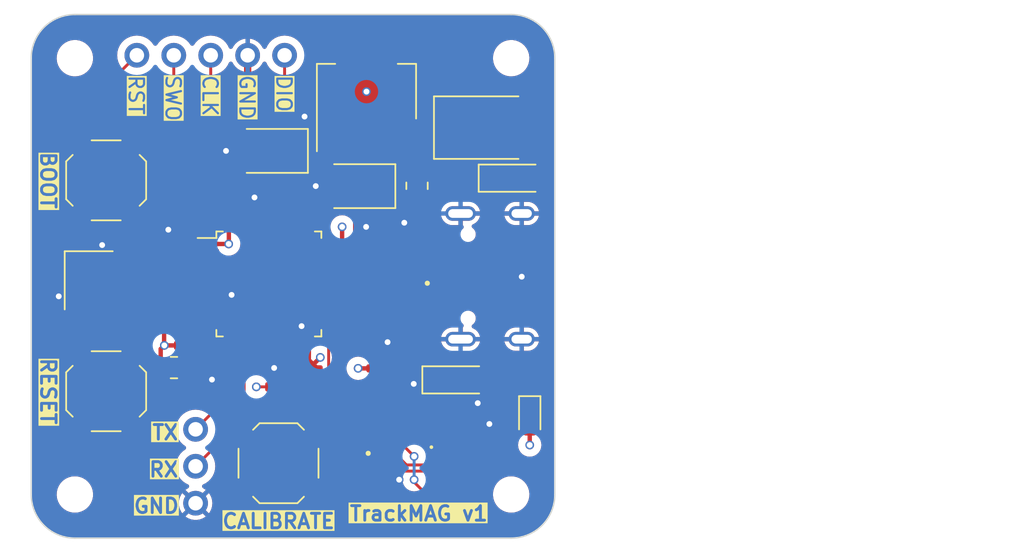
<source format=kicad_pcb>
(kicad_pcb (version 20221018) (generator pcbnew)
  (layers (0 "F.Cu" signal) (1 "In1.Cu" power) (2 "In2.Cu" power) (31 "B.Cu" signal) (34 "B.Paste" user) (35 "F.Paste" user) (36 "B.SilkS" user "B.Silkscreen") (37 "F.SilkS" user "F.Silkscreen") (38 "B.Mask" user) (39 "F.Mask" user) (44 "Edge.Cuts" user))
  (net 0 "")
  (net 1 "+3.3V")
  (net 2 "GND")
  (net 3 "+3.3VA")
  (net 4 "RESET")
  (net 5 "/HSE_IN")
  (net 6 "VBUS")
  (net 9 "/SWDIO")
  (net 10 "/SWCLK")
  (net 11 "I2C_SCX")
  (net 12 "I2C2_SDA")
  (net 13 "Net-(U1-SDO{slash}SA0)")
  (net 14 "/BOOT0")
  (net 15 "/HSE_OUT")
  (net 16 "/USB_D+")
  (net 17 "I2C_SDX")
  (net 18 "INT1")
  (net 21 "I2C2_SCL")
  (net 22 "/USB_D-")
  (net 27 "CALIBRATE")
  (net 33 "unconnected-(U3-PB8-Pad45)")
  (net 39 "DRDY")
  (net 44 "/C1")
  (net 45 "/CC1")
  (net 46 "/CC2")
  (net 47 "/HSE_O")
  (net 48 "Net-(D1-K)")
  (net 49 "+5V")
  (net 50 "SWO")
  (net 52 "/U_D+")
  (net 53 "/U_D-")
  (net 58 "/TX")
  (net 59 "/RX")
  (footprint "TrackMAG:C_0402_1005Metric" (layer "F.Cu") (at 148.075 97.72 180)
    (fp_text reference "C5" hide)
    (fp_text value "100n")
  )
  (footprint "MountingHole:MountingHole_2.1mm" (layer "F.Cu") (at 123.8 104)
    (fp_text reference "H2" hide)
    (fp_text value "MountingHole")
  )
  (footprint "TrackMAG:SOT-666" (layer "F.Cu") (at 146.6825 88.525 180)
    (fp_text reference "U2" hide)
    (fp_text value "USBLC6-2P6")
  )
  (footprint "Crystal:Crystal_SMD_3225-4Pin_3.2x2.5mm" (layer "F.Cu") (at 124.75 89.275 -90)
    (fp_text reference "Y1" hide)
    (fp_text value "16MHz")
  )
  (footprint "TrackMAG:R_0402_1005Metric" (layer "F.Cu") (at 147.325 85.825 -90)
    (fp_text reference "R6" hide)
    (fp_text value "5k1")
  )
  (footprint "TrackMAG:C_0402_1005Metric" (layer "F.Cu") (at 150 97.72)
    (fp_text reference "C4" hide)
    (fp_text value "100n")
  )
  (footprint "TrackMAG:SW_Push_1P1T_XKB_TS-1187A_BOOT" (layer "F.Cu") (at 125.95 82.4 90)
    (fp_text reference "SW2" hide)
    (fp_text value "SW_BOOT")
  )
  (footprint "TrackMAG:C_0402_1005Metric" (layer "F.Cu") (at 151.43 99.6325 90)
    (fp_text reference "C24" hide)
    (fp_text value "220n")
  )
  (footprint "Resistor_SMD:R_0805_2012Metric" (layer "F.Cu") (at 147.325 82.775 90)
    (fp_text reference "FB2" hide)
    (fp_text value "100R")
  )
  (footprint "TrackMAG:C_0402_1005Metric" (layer "F.Cu") (at 127.2 88.08 90)
    (fp_text reference "C21" hide)
    (fp_text value "10p")
  )
  (footprint "TrackMAG:C_0402_1005Metric" (layer "F.Cu") (at 147.5125 99.5525 90)
    (fp_text reference "C7" hide)
    (fp_text value "100n")
  )
  (footprint "Capacitor_Tantalum_SMD:CP_EIA-3216-18_Kemet-A" (layer "F.Cu") (at 153.875 82.25)
    (fp_text reference "C18" hide)
    (fp_text value "10u")
  )
  (footprint "TrackMAG:SW_Push_1P1T_XKB_TS-1187A_RESET" (layer "F.Cu") (at 125.95 96.9 90)
    (fp_text reference "SW1" hide)
    (fp_text value "SW_RESET")
  )
  (footprint "Package_TO_SOT_SMD:SOT-223-3_TabPin2" (layer "F.Cu") (at 143.85 76.3 90)
    (fp_text reference "U5" hide)
    (fp_text value "AMS1117-3.3")
  )
  (footprint "TrackMAG:R_0402_1005Metric" (layer "F.Cu") (at 148.8 101.545)
    (fp_text reference "R11" hide)
    (fp_text value "1k5")
  )
  (footprint "TrackMAG:SW_Push_1P1T_XKB_TS-1187A_CALIBRATE" (layer "F.Cu") (at 137.8 101.85 180)
    (fp_text reference "SW3" hide)
    (fp_text value "SW_CALIBRATE")
  )
  (footprint "Diode_SMD:D_SMB" (layer "F.Cu") (at 152.15 78.775)
    (fp_text reference "D2" hide)
    (fp_text value "P6SMB6.8CA")
  )
  (footprint "LED_SMD:LED_0603_1608Metric" (layer "F.Cu") (at 155.075 98.725 -90)
    (fp_text reference "D1" hide)
    (fp_text value "LED")
  )
  (footprint "TrackMAG:R_0402_1005Metric" (layer "F.Cu") (at 147.325 91.235 90)
    (fp_text reference "R5" hide)
    (fp_text value "5k1")
  )
  (footprint "MountingHole:MountingHole_2.1mm" (layer "F.Cu") (at 123.8 74)
    (fp_text reference "H1" hide)
    (fp_text value "MountingHole")
  )
  (footprint "TrackMAG:C_0402_1005Metric" (layer "F.Cu") (at 127.2 90.47 -90)
    (fp_text reference "C22" hide)
    (fp_text value "10p")
  )
  (footprint "TrackMAG:C_0402_1005Metric" (layer "F.Cu") (at 140.08 95.425 180)
    (fp_text reference "C13" hide)
    (fp_text value "100n")
  )
  (footprint "Capacitor_Tantalum_SMD:CP_EIA-3528-21_Kemet-B" (layer "F.Cu") (at 137.3625 80.375 180)
    (fp_text reference "C26" hide)
    (fp_text value "100u")
  )
  (footprint "TrackMAG:R_0402_1005Metric" (layer "F.Cu") (at 137.665 96.6 180)
    (fp_text reference "R2" hide)
    (fp_text value "10k")
  )
  (footprint "TrackMAG:C_0402_1005Metric" (layer "F.Cu") (at 131.1 91.25 -90)
    (fp_text reference "C14" hide)
    (fp_text value "10n")
  )
  (footprint "TrackMAG:C_0402_1005Metric" (layer "F.Cu") (at 144.15 94.85 90)
    (fp_text reference "C3" hide)
    (fp_text value "1u")
  )
  (footprint "TrackMAG:C_0402_1005Metric" (layer "F.Cu") (at 131.375 93.75)
    (fp_text reference "C16" hide)
    (fp_text value "1u")
  )
  (footprint "TrackMAG:C_0402_1005Metric" (layer "F.Cu") (at 143.075 87.055 -90)
    (fp_text reference "C12" hide)
    (fp_text value "100n")
  )
  (footprint "TrackMAG:C_0402_1005Metric" (layer "F.Cu") (at 131.175 86.275 90)
    (fp_text reference "C10" hide)
    (fp_text value "100n")
  )
  (footprint "TrackMAG:R_0402_1005Metric" (layer "F.Cu") (at 144.625 87.6 90)
    (fp_text reference "R9" hide)
    (fp_text value "1k5")
  )
  (footprint "TrackMAG:PinHeader_1x05_P2.54mm_Debug" (layer "F.Cu") (at 133.14 73.8 90)
    (fp_text reference "J3" hide)
    (fp_text value "Debug" hide)
  )
  (footprint "TrackMAG:R_0402_1005Metric" (layer "F.Cu") (at 155.075 95.975 90)
    (fp_text reference "R12" hide)
    (fp_text value "1k5")
  )
  (footprint "TrackMAG:R_0402_1005Metric" (layer "F.Cu") (at 144.5625 102.43 -90)
    (fp_text reference "R4" hide)
    (fp_text value "0")
  )
  (footprint "TrackMAG:R_0402_1005Metric" (layer "F.Cu") (at 129.425 92.325)
    (fp_text reference "R1" hide)
    (fp_text value "10k")
  )
  (footprint "TrackMAG:C_0402_1005Metric" (layer "F.Cu") (at 145.825 97.145 180)
    (fp_text reference "C6" hide)
    (fp_text value "100n")
  )
  (footprint "TrackMAG:C_0402_1005Metric" (layer "F.Cu") (at 150.575 82.33 90)
    (fp_text reference "C19" hide)
    (fp_text value "100n")
  )
  (footprint "Capacitor_Tantalum_SMD:CP_EIA-3216-18_Kemet-A" (layer "F.Cu") (at 150 96.12)
    (fp_text reference "C8" hide)
    (fp_text value "10u")
  )
  (footprint "TrackMAG:C_0402_1005Metric" (layer "F.Cu") (at 132.725 96.975)
    (fp_text reference "C15" hide)
    (fp_text value "1u")
  )
  (footprint "TrackMAG:PinHeader_1x03_P2.54mm_UART" (layer "F.Cu") (at 132.1 104.6 180)
    (fp_text reference "J1" hide)
    (fp_text value "UART")
  )
  (footprint "TrackMAG:R_0402_1005Metric" (layer "F.Cu") (at 139.685 96.6)
    (fp_text reference "R3" hide)
    (fp_text value "10k")
  )
  (footprint "TrackMAG:C_0402_1005Metric" (layer "F.Cu") (at 149.25 82.32 90)
    (fp_text reference "C20" hide)
    (fp_text value "10n")
  )
  (footprint "TrackMAG:C_0402_1005Metric" (layer "F.Cu") (at 132.6 84.48 -90)
    (fp_text reference "C9" hide)
    (fp_text value "10u")
  )
  (footprint "TrackMAG:LGA-14_3x2.5mm_P0.5mm_LayoutBorder3x4y" (layer "F.Cu") (at 145.3175 99.57 90)
    (fp_text reference "U1" hide)
    (fp_text value "LSM6DS3TR-C")
  )
  (footprint "TrackMAG:R_0402_1005Metric" (layer "F.Cu") (at 148.8 102.67)
    (fp_text reference "R10" hide)
    (fp_text value "1k5")
  )
  (footprint "TrackMAG:R_0402_1005Metric" (layer "F.Cu") (at 132.14 82.775)
    (fp_text reference "R7" hide)
    (fp_text value "10k")
  )
  (footprint "TrackMAG:C_0402_1005Metric" (layer "F.Cu") (at 145.3 94.85 90)
    (fp_text reference "C2" hide)
    (fp_text value "1u")
  )
  (footprint "TrackMAG:USB_C_Receptacle_G-Switch_GT-USB-7010ASV" (layer "F.Cu") (at 153.445 89 90)
    (fp_text reference "J2" hide)
    (fp_text value "USB_C_Socket_USB2.0")
  )
  (footprint "TrackMAG:R_0402_1005Metric" (layer "F.Cu") (at 128.86 89.275)
    (fp_text reference "R8" hide)
    (fp_text value "0")
  )
  (footprint "TrackMAG:C_0402_1005Metric" (layer "F.Cu") (at 146.425 94.85 90)
    (fp_text reference "C1" hide)
    (fp_text value "1u")
  )
  (footprint "TrackMAG:C_0402_1005Metric" (layer "F.Cu") (at 134.62 83.575)
    (fp_text reference "C11" hide)
    (fp_text value "100n")
  )
  (footprint "TrackMAG:C_0402_1005Metric" (layer "F.Cu") (at 129.425 91.2)
    (fp_text reference "C17" hide)
    (fp_text value "100n")
  )
  (footprint "MountingHole:MountingHole_2.1mm" (layer "F.Cu") (at 153.8 104)
    (fp_text reference "H3" hide)
    (fp_text value "MountingHole")
  )
  (footprint "MountingHole:MountingHole_2.1mm" (layer "F.Cu") (at 153.8 74)
    (fp_text reference "H4" hide)
    (fp_text value "MountingHole")
  )
  (footprint "Capacitor_Tantalum_SMD:CP_EIA-3528-21_Kemet-B" (layer "F.Cu") (at 143.375 82.8 180)
    (fp_text reference "C25" hide)
    (fp_text value "100u")
  )
  (footprint "TrackMAG:LGA-12_2x2mm_P0.5mm" (layer "F.Cu") (at 149.4875 99.57 90)
    (fp_text reference "U4" hide)
    (fp_text value "LIS2MDL")
  )
  (footprint "Package_QFP:LQFP-48_7x7mm_P0.5mm" (layer "F.Cu") (at 137.1375 89.525)
    (fp_text reference "U3" hide)
    (fp_text value "STM32F103C8T6")
  )
  (footprint "Resistor_SMD:R_0805_2012Metric" (layer "F.Cu") (at 130.6125 95.275 180)
    (fp_text reference "FB1" hide)
    (fp_text value "100R")
  )
  (footprint "TrackMAG:C_0402_1005Metric" (layer "F.Cu") (at 136.02 95.3)
    (fp_text reference "C23" hide)
    (fp_text value "100n")
  )
  (gr_arc (start 153.8 71) (mid 155.92132 71.87868) (end 156.8 74) (stroke (width 0.1)) (layer "Edge.Cuts"))
  (gr_arc (start 120.8 74) (mid 121.67868 71.87868) (end 123.8 71) (stroke (width 0.1)) (layer "Edge.Cuts"))
  (gr_line (start 156.8 74) (end 156.8 104) (stroke (width 0.1)) (layer "Edge.Cuts"))
  (gr_line (start 123.8 71) (end 153.8 71) (stroke (width 0.1)) (layer "Edge.Cuts"))
  (gr_line (start 120.8 104) (end 120.8 74) (stroke (width 0.1)) (layer "Edge.Cuts"))
  (gr_arc (start 156.8 104) (mid 155.92132 106.12132) (end 153.8 107) (stroke (width 0.1)) (layer "Edge.Cuts"))
  (gr_arc (start 123.8 107) (mid 121.67868 106.12132) (end 120.8 104) (stroke (width 0.1)) (layer "Edge.Cuts"))
  (gr_line (start 123.8 107) (end 153.8 107) (stroke (width 0.1)) (layer "Edge.Cuts"))
  (gr_text "TrackMAG v1" (at 142.6 105.9) (layer "F.SilkS" knockout) (effects (font (size 1 1) (thickness 0.2) bold) (justify left bottom)))
  (segment (start 134.3875 85.3625) (end 134.3875 86.7625) (width 0.3) (layer "F.Cu") (net 1))
  (segment (start 140.155 95.02) (end 140.56 95.425) (width 0.3) (layer "F.Cu") (net 1))
  (segment (start 143.075 86.575) (end 143.075 85.0825) (width 0.3) (layer "F.Cu") (net 1))
  (segment (start 134.3875 83.8225) (end 134.14 83.575) (width 0.3) (layer "F.Cu") (net 1))
  (segment (start 146.305 97.815) (end 146.305 97.145) (width 0.3) (layer "F.Cu") (net 1))
  (segment (start 143.85 79.45) (end 143.85 79.65) (width 0.3) (layer "F.Cu") (net 1))
  (segment (start 144.625 87.09) (end 144.625 85.15) (width 0.3) (layer "F.Cu") (net 1))
  (segment (start 146.0675 98.4075) (end 146.0675 98.0525) (width 0.3) (layer "F.Cu") (net 1))
  (segment (start 148.445 98.8075) (end 148.7375 98.8075) (width 0.25) (layer "F.Cu") (net 1))
  (segment (start 149.7375 100.3325) (end 149.7375 101.1175) (width 0.25) (layer "F.Cu") (net 1))
  (segment (start 139.8875 94.7525) (end 140.155 95.02) (width 0.3) (layer "F.Cu") (net 1))
  (segment (start 146.23 100.07) (end 147.475 100.07) (width 0.25) (layer "F.Cu") (net 1))
  (segment (start 129.7 95.275) (end 129.7 94) (width 0.3) (layer "F.Cu") (net 1))
  (segment (start 136.275 96.6) (end 137.155 96.6) (width 0.2) (layer "F.Cu") (net 1))
  (segment (start 129.935 93.735) (end 129.95 93.75) (width 0.3) (layer "F.Cu") (net 1))
  (segment (start 146.305 95.45) (end 146.425 95.33) (width 0.3) (layer "F.Cu") (net 1))
  (segment (start 148.65 97.625) (end 148.555 97.72) (width 0.3) (layer "F.Cu") (net 1))
  (segment (start 148.575 98.645) (end 148.7375 98.8075) (width 0.3) (layer "F.Cu") (net 1))
  (segment (start 145.675 100.07) (end 146.23 100.07) (width 0.25) (layer "F.Cu") (net 1))
  (segment (start 139.8875 93.6875) (end 139.8875 94.7525) (width 0.3) (layer "F.Cu") (net 1))
  (segment (start 133.025 83.575) (end 132.6 84) (width 0.3) (layer "F.Cu") (net 1))
  (segment (start 146.33 95.425) (end 146.425 95.33) (width 0.3) (layer "F.Cu") (net 1))
  (segment (start 132.975 86.775) (end 131.195 86.775) (width 0.3) (layer "F.Cu") (net 1))
  (segment (start 143.85 79.65) (end 143.375 80.125) (width 0.3) (layer "F.Cu") (net 1))
  (segment (start 143.4525 81.285) (end 140.7825 81.285) (width 0.3) (layer "F.Cu") (net 1))
  (segment (start 147.86 95.33) (end 148.65 96.12) (width 0.3) (layer "F.Cu") (net 1))
  (segment (start 134.14 83.575) (end 133.025 83.575) (width 0.3) (layer "F.Cu") (net 1))
  (segment (start 146.305 97.145) (end 146.305 95.45) (width 0.3) (layer "F.Cu") (net 1))
  (segment (start 130.895 93.75) (end 129.95 93.75) (width 0.3) (layer "F.Cu") (net 1))
  (segment (start 149.7375 101.1175) (end 149.31 101.545) (width 0.25) (layer "F.Cu") (net 1))
  (segment (start 143.4525 84.705) (end 144.18 84.705) (width 0.3) (layer "F.Cu") (net 1))
  (segment (start 139.8725 80.375) (end 138.9 80.375) (width 0.3) (layer "F.Cu") (net 1))
  (segment (start 134.3875 85.3625) (end 134.3875 83.8225) (width 0.3) (layer "F.Cu") (net 1))
  (segment (start 146.425 95.33) (end 143.28 95.33) (width 0.3) (layer "F.Cu") (net 1))
  (segment (start 140.7825 81.285) (end 139.8725 80.375) (width 0.3) (layer "F.Cu") (net 1))
  (segment (start 140.56 95.425) (end 140.56 96.2) (width 0.3) (layer "F.Cu") (net 1))
  (segment (start 148.65 96.12) (end 148.65 97.625) (width 0.3) (layer "F.Cu") (net 1))
  (segment (start 149.2375 99.1) (end 149.2375 98.8075) (width 0.25) (layer "F.Cu") (net 1))
  (segment (start 144.18 84.705) (end 144.625 85.15) (width 0.3) (layer "F.Cu") (net 1))
  (segment (start 143.85 79.45) (end 143.85 80.8875) (width 0.3) (layer "F.Cu") (net 1))
  (segment (start 129.935 92.325) (end 129.935 93.735) (width 0.3) (layer "F.Cu") (net 1))
  (segment (start 148.555 98.625) (end 148.575 98.645) (width 0.3) (layer "F.Cu") (net 1))
  (segment (start 148.3225 99.2225) (end 148.3225 98.93) (width 0.25) (layer "F.Cu") (net 1))
  (segment (start 142.875 86.775) (end 143.075 86.575) (width 0.3) (layer "F.Cu") (net 1))
  (segment (start 148.3375 98.4075) (end 148.575 98.645) (width 0.3) (layer "F.Cu") (net 1))
  (segment (start 142.175 86.775) (end 142.875 86.775) (width 0.3) (layer "F.Cu") (net 1))
  (segment (start 132.975 86.775) (end 134.375 86.775) (width 0.3) (layer "F.Cu") (net 1))
  (segment (start 144.675 99.07) (end 145.675 100.07) (width 0.25) (layer "F.Cu") (net 1))
  (segment (start 149.31 101.545) (end 149.31 102.67) (width 0.25) (layer "F.Cu") (net 1))
  (segment (start 143.4525 81.285) (end 143.4525 84.705) (width 0.3) (layer "F.Cu") (net 1))
  (segment (start 146.0675 98.0525) (end 146.305 97.815) (width 0.3) (layer "F.Cu") (net 1))
  (segment (start 129.7 94) (end 129.95 93.75) (width 0.3) (layer "F.Cu") (net 1))
  (segment (start 149.7375 100.3325) (end 149.7375 99.6) (width 0.25) (layer "F.Cu") (net 1))
  (segment (start 148.555 97.72) (end 149.52 97.72) (width 0.3) (layer "F.Cu") (net 1))
  (segment (start 149.7375 99.6) (end 149.2375 99.1) (width 0.25) (layer "F.Cu") (net 1))
  (segment (start 140.56 96.2) (end 140.16 96.6) (width 0.3) (layer "F.Cu") (net 1))
  (segment (start 131.17 86.75) (end 131.175 86.755) (width 0.3) (layer "F.Cu") (net 1))
  (segment (start 126.455 86.755) (end 125.1 85.4) (width 0.3) (layer "F.Cu") (net 1))
  (segment (start 142.175 86.775) (end 142.175 85.6) (width 0.3) (layer "F.Cu") (net 1))
  (segment (start 143.85 80.8875) (end 143.4525 81.285) (width 0.3) (layer "F.Cu") (net 1))
  (segment (start 148.555 97.72) (end 148.555 98.625) (width 0.3) (layer "F.Cu") (net 1))
  (segment (start 148.3225 99.2225) (end 147.5125 100.0325) (width 0.25) (layer "F.Cu") (net 1))
  (segment (start 146.425 95.33) (end 147.86 95.33) (width 0.3) (layer "F.Cu") (net 1))
  (segment (start 155.075 99.5125) (end 155.075 100.6) (width 0.3) (layer "F.Cu") (net 1))
  (segment (start 144.405 99.07) (end 144.675 99.07) (width 0.25) (layer "F.Cu") (net 1))
  (segment (start 131.195 86.775) (end 131.175 86.755) (width 0.3) (layer "F.Cu") (net 1))
  (segment (start 131.175 86.755) (end 126.455 86.755) (width 0.3) (layer "F.Cu") (net 1))
  (segment (start 148.7375 98.8075) (end 149.2375 98.8075) (width 0.3) (layer "F.Cu") (net 1))
  (segment (start 143.075 85.0825) (end 143.4525 84.705) (width 0.3) (layer "F.Cu") (net 1))
  (segment (start 124.075 85.4) (end 124.075 79.4) (width 0.3) (layer "F.Cu") (net 1))
  (segment (start 140.155 95.02) (end 140.23 95.02) (width 0.3) (layer "F.Cu") (net 1))
  (segment (start 148.3225 98.93) (end 148.445 98.8075) (width 0.25) (layer "F.Cu") (net 1))
  (segment (start 140.23 95.02) (end 140.675 94.575) (width 0.3) (layer "F.Cu") (net 1))
  (segment (start 147.475 100.07) (end 147.5125 100.0325) (width 0.25) (layer "F.Cu") (net 1))
  (segment (start 141.3 86.775) (end 142.175 86.775) (width 0.3) (layer "F.Cu") (net 1))
  (segment (start 146.0675 98.4075) (end 148.3375 98.4075) (width 0.3) (layer "F.Cu") (net 1))
  (segment (start 143.28 95.33) (end 143.275 95.325) (width 0.3) (layer "F.Cu") (net 1))
  (segment (start 134.3875 86.7625) (end 134.375 86.775) (width 0.3) (layer "F.Cu") (net 1))
  (segment (start 125.1 85.4) (end 124.075 85.4) (width 0.3) (layer "F.Cu") (net 1))
  (via (at 143.275 95.325) (size 0.6) (drill 0.4) (layers "F.Cu" "B.Cu") (net 1))
  (via (at 136.275 96.6) (size 0.6) (drill 0.4) (layers "F.Cu" "B.Cu") (net 1))
  (via (at 134.375 86.775) (size 0.6) (drill 0.4) (layers "F.Cu" "B.Cu") (net 1))
  (via (at 155.075 100.6) (size 0.6) (drill 0.4) (layers "F.Cu" "B.Cu") (net 1))
  (via (at 142.175 85.6) (size 0.6) (drill 0.4) (layers "F.Cu" "B.Cu") (net 1))
  (via (at 129.95 93.75) (size 0.6) (drill 0.4) (layers "F.Cu" "B.Cu") (net 1))
  (via (at 140.675 94.575) (size 0.6) (drill 0.4) (layers "F.Cu" "B.Cu") (net 1))
  (via (at 143.85 76.3) (size 0.6) (drill 0.4) (layers "F.Cu" "B.Cu") (net 1))
  (segment (start 146.3 90.375) (end 146.3 91.45) (width 0.3) (layer "F.Cu") (net 2))
  (segment (start 130.1 90.125) (end 129.9 90.325) (width 0.3) (layer "F.Cu") (net 2))
  (segment (start 134.8875 85.3625) (end 134.8875 83.7875) (width 0.3) (layer "F.Cu") (net 2))
  (segment (start 150.25 99.32) (end 150.55 99.32) (width 0.3) (layer "F.Cu") (net 2))
  (segment (start 146.3 91.45) (end 146.595 91.745) (width 0.3) (layer "F.Cu") (net 2))
  (segment (start 141.3 87.275) (end 142.815 87.275) (width 0.3) (layer "F.Cu") (net 2))
  (segment (start 149.7375 98.4625) (end 149.7375 98.8075) (width 0.3) (layer "F.Cu") (net 2))
  (segment (start 135.68 73.8) (end 135.68 80.23) (width 0.5) (layer "F.Cu") (net 2))
  (segment (start 147.225 88.525) (end 147.6075 88.525) (width 0.3) (layer "F.Cu") (net 2))
  (segment (start 146.595 91.745) (end 147.325 91.745) (width 0.3) (layer "F.Cu") (net 2))
  (segment (start 150.7175 99.1525) (end 151.43 99.1525) (width 0.3) (layer "F.Cu") (net 2))
  (segment (start 142.815 87.275) (end 143.075 87.535) (width 0.3) (layer "F.Cu") (net 2))
  (segment (start 145.345 97.765) (end 145.345 97.145) (width 0.3) (layer "F.Cu") (net 2))
  (segment (start 126.175 87.6) (end 125.6 88.175) (width 0.2) (layer "F.Cu") (net 2))
  (segment (start 132.975 90.275) (end 134.575 90.275) (width 0.3) (layer "F.Cu") (net 2))
  (segment (start 146.23 99.57) (end 146.23 99.07) (width 0.3) (layer "F.Cu") (net 2))
  (segment (start 145.5675 98.683155) (end 145.954345 99.07) (width 0.3) (layer "F.Cu") (net 2))
  (segment (start 145.5675 97.9875) (end 145.345 97.765) (width 0.3) (layer "F.Cu") (net 2))
  (segment (start 146.825 88.925) (end 147.225 88.525) (width 0.3) (layer "F.Cu") (net 2))
  (segment (start 135.775 80.425) (end 135.825 80.375) (width 0.3) (layer "F.Cu") (net 2))
  (segment (start 150.565 81.84) (end 150.575 81.85) (width 0.3) (layer "F.Cu") (net 2))
  (segment (start 125.59 88.165) (end 125.6 88.175) (width 0.2) (layer "F.Cu") (net 2))
  (segment (start 131.1 91.73) (end 130.435 91.73) (width 0.3) (layer "F.Cu") (net 2))
  (segment (start 129.905 90.33) (end 129.905 91.2) (width 0.3) (layer "F.Cu") (net 2))
  (segment (start 151.2625 99.32) (end 151.43 99.1525) (width 0.2) (layer "F.Cu") (net 2))
  (segment (start 146.23 99.07) (end 147.51 99.07) (width 0.3) (layer "F.Cu") (net 2))
  (segment (start 135.68 80.23) (end 135.825 80.375) (width 0.5) (layer "F.Cu") (net 2))
  (segment (start 150.55 99.32) (end 150.7175 99.1525) (width 0.3) (layer "F.Cu") (net 2))
  (segment (start 150.48 97.72) (end 149.7375 98.4625) (width 0.3) (layer "F.Cu") (net 2))
  (segment (start 143.825 87.1) (end 143.825 85.6) (width 0.3) (layer "F.Cu") (net 2))
  (segment (start 129.9 90.325) (end 129.905 90.33) (width 0.3) (layer "F.Cu") (net 2))
  (segment (start 154.52 89.03) (end 154.525 89.025) (width 0.3) (layer "F.Cu") (net 2))
  (segment (start 154 78.2) (end 153.75 78.45) (width 0.3) (layer "F.Cu") (net 2))
  (segment (start 132.975 90.275) (end 131.5 90.275) (width 0.3) (layer "F.Cu") (net 2))
  (segment (start 146.3 90.375) (end 146.825 89.85) (width 0.3) (layer "F.Cu") (net 2))
  (segment (start 131.35 90.125) (end 130.1 90.125) (width 0.3) (layer "F.Cu") (net 2))
  (segment (start 143.075 87.535) (end 143.39 87.535) (width 0.3) (layer "F.Cu") (net 2))
  (segment (start 153.75 78.675) (end 153.75 78.45) (width 0.3) (layer "F.Cu") (net 2))
  (segment (start 131.5 90.275) (end 131.35 90.125) (width 0.3) (layer "F.Cu") (net 2))
  (segment (start 139.3875 93.6875) (end 139.3875 92.425) (width 0.3) (layer "F.Cu") (net 2))
  (segment (start 125.675 88.1) (end 125.6 88.175) (width 0.2) (layer "F.Cu") (net 2))
  (segment (start 143.39 87.535) (end 143.825 87.1) (width 0.3) (layer "F.Cu") (net 2))
  (segment (start 134.8875 83.7875) (end 135.1 83.575) (width 0.3) (layer "F.Cu") (net 2))
  (segment (start 147.51 99.07) (end 147.5125 99.0725) (width 0.3) (layer "F.Cu") (net 2))
  (segment (start 145.5675 98.4075) (end 145.5675 98.683155) (width 0.3) (layer "F.Cu") (net 2))
  (segment (start 146.825 89.85) (end 146.825 88.925) (width 0.3) (layer "F.Cu") (net 2))
  (segment (start 154.52 89.02) (end 154.525 89.025) (width 0.3) (layer "F.Cu") (net 2))
  (segment (start 146.0525 102.94) (end 146.095 102.9825) (width 0.2) (layer "F.Cu") (net 2))
  (segment (start 145.5675 98.4075) (end 145.5675 97.9875) (width 0.3) (layer "F.Cu") (net 2))
  (segment (start 139.3875 95.2125) (end 139.6 95.425) (width 0.3) (layer "F.Cu") (net 2))
  (segment (start 145.954345 99.07) (end 146.23 99.07) (width 0.3) (layer "F.Cu") (net 2))
  (segment (start 130.435 91.73) (end 129.905 91.2) (width 0.3) (layer "F.Cu") (net 2))
  (segment (start 139.3875 93.6875) (end 139.3875 95.2125) (width 0.3) (layer "F.Cu") (net 2))
  (via (at 133.225 96.1) (size 0.6) (drill 0.4) (layers "F.Cu" "B.Cu") (net 2))
  (via (at 139.5925 78.015) (size 0.6) (drill 0.4) (layers "F.Cu" "B.Cu") (net 2))
  (via (at 140.3625 82.795) (size 0.6) (drill 0.4) (layers "F.Cu" "B.Cu") (net 2))
  (via (at 139.3875 92.425) (size 0.6) (drill 0.4) (layers "F.Cu" "B.Cu") (net 2))
  (via (at 151.5 97.72) (size 0.6) (drill 0.4) (layers "F.Cu" "B.Cu") (net 2))
  (via (at 134.1925 80.375) (size 0.6) (drill 0.4) (layers "F.Cu" "B.Cu") (net 2))
  (via (at 147.1 96.395) (size 0.6) (drill 0.4) (layers "F.Cu" "B.Cu") (net 2))
  (via (at 154.525 89.025) (size 0.6) (drill 0.4) (layers "F.Cu" "B.Cu") (net 2))
  (via (at 125.675 86.85) (size 0.6) (drill 0.4) (layers "F.Cu" "B.Cu") (net 2))
  (via (at 136.15 83.575) (size 0.6) (drill 0.4) (layers "F.Cu" "B.Cu") (net 2))
  (via (at 130.225 85.795) (size 0.6) (drill 0.4) (layers "F.Cu" "B.Cu") (net 2))
  (via (at 143.825 85.6) (size 0.6) (drill 0.4) (layers "F.Cu" "B.Cu") (net 2))
  (via (at 146.095 102.9825) (size 0.6) (drill 0.4) (layers "F.Cu" "B.Cu") (net 2))
  (via (at 134.575 90.275) (size 0.6) (drill 0.4) (layers "F.Cu" "B.Cu") (net 2))
  (via (at 122.69 90.375) (size 0.6) (drill 0.4) (layers "F.Cu" "B.Cu") (net 2))
  (via (at 152.3 99.1525) (size 0.6) (drill 0.4) (layers "F.Cu" "B.Cu") (net 2))
  (via (at 137.5 95.3) (size 0.6) (drill 0.4) (layers "F.Cu" "B.Cu") (net 2))
  (via (at 145.3 93.525) (size 0.6) (drill 0.4) (layers "F.Cu" "B.Cu") (net 2))
  (via (at 146.45 85.315) (size 0.6) (drill 0.4) (layers "F.Cu" "B.Cu") (net 2))
  (segment (start 131.525 95.275) (end 132.6 95.275) (width 0.3) (layer "F.Cu") (net 3))
  (segment (start 131.255 90.775) (end 131.25 90.77) (width 0.3) (layer "F.Cu") (net 3))
  (segment (start 131.725 90.775) (end 131.725 92.4) (width 0.3) (layer "F.Cu") (net 3))
  (segment (start 132.975 90.775) (end 131.725 90.775) (width 0.3) (layer "F.Cu") (net 3))
  (segment (start 131.725 90.775) (end 131.255 90.775) (width 0.3) (layer "F.Cu") (net 3))
  (segment (start 132.6 96.62) (end 132.245 96.975) (width 0.3) (layer "F.Cu") (net 3))
  (segment (start 132.6 93.275) (end 132.6 95.275) (width 0.3) (layer "F.Cu") (net 3))
  (segment (start 131.725 92.4) (end 132.6 93.275) (width 0.3) (layer "F.Cu") (net 3))
  (segment (start 132.6 95.275) (end 132.6 96.62) (width 0.3) (layer "F.Cu") (net 3))
  (segment (start 128.915 92.325) (end 127.825 93.415) (width 0.2) (layer "F.Cu") (net 4))
  (segment (start 122.136 90.604475) (end 125.431525 93.9) (width 0.2) (layer "F.Cu") (net 4))
  (segment (start 125.431525 93.9) (end 127.825 93.9) (width 0.2) (layer "F.Cu") (net 4))
  (segment (start 128.945 91.2) (end 128.945 90.799168) (width 0.2) (layer "F.Cu") (net 4))
  (segment (start 128.945 91.2) (end 128.945 92.295) (width 0.2) (layer "F.Cu") (net 4))
  (segment (start 129.959168 89.785) (end 132.965 89.785) (width 0.2) (layer "F.Cu") (net 4))
  (segment (start 128.945 90.799168) (end 129.959168 89.785) (width 0.2) (layer "F.Cu") (net 4))
  (segment (start 127.825 93.415) (end 127.825 93.9) (width 0.2) (layer "F.Cu") (net 4))
  (segment (start 132.965 89.785) (end 132.975 89.775) (width 0.2) (layer "F.Cu") (net 4))
  (segment (start 129.095 92.295) (end 129.065 92.325) (width 0.2) (layer "F.Cu") (net 4))
  (segment (start 128.06 73.8) (end 122.136 79.724) (width 0.2) (layer "F.Cu") (net 4))
  (segment (start 122.136 79.724) (end 122.136 90.604475) (width 0.2) (layer "F.Cu") (net 4))
  (segment (start 127.825 99.9) (end 127.825 93.9) (width 0.2) (layer "F.Cu") (net 4))
  (segment (start 123.9 88.175) (end 123.9 88.425) (width 0.2) (layer "F.Cu") (net 5))
  (segment (start 131.9 88.6) (end 132.075 88.775) (width 0.2) (layer "F.Cu") (net 5))
  (segment (start 127.155 88.6) (end 131.9 88.6) (width 0.2) (layer "F.Cu") (net 5))
  (segment (start 126.485 89.275) (end 127.2 88.56) (width 0.2) (layer "F.Cu") (net 5))
  (segment (start 123.9 88.425) (end 124.75 89.275) (width 0.2) (layer "F.Cu") (net 5))
  (segment (start 132.975 88.775) (end 132.965 88.765) (width 0.2) (layer "F.Cu") (net 5))
  (segment (start 124.75 89.275) (end 126.485 89.275) (width 0.2) (layer "F.Cu") (net 5))
  (segment (start 127.24 88.6) (end 127.2 88.56) (width 0.2) (layer "F.Cu") (net 5))
  (segment (start 132.075 88.775) (end 132.975 88.775) (width 0.2) (layer "F.Cu") (net 5))
  (segment (start 148.8 86.6) (end 149.7 86.6) (width 0.3) (layer "F.Cu") (net 6))
  (segment (start 150.575 82.81) (end 150.575 83.15) (width 0.3) (layer "F.Cu") (net 6))
  (segment (start 148.897401 84) (end 148.45 84) (width 0.3) (layer "F.Cu") (net 6))
  (segment (start 152.525 82.95) (end 151.9 83.575) (width 0.3) (layer "F.Cu") (net 6))
  (segment (start 150.15 83.575) (end 149.322401 83.575) (width 0.3) (layer "F.Cu") (net 6))
  (segment (start 148.45 86.25) (end 148.8 86.6) (width 0.3) (layer "F.Cu") (net 6))
  (segment (start 148.1375 83.6875) (end 148.45 84) (width 0.3) (layer "F.Cu") (net 6))
  (segment (start 150.299038 91.4) (end 151.3 90.399038) (width 0.3) (layer "F.Cu") (net 6))
  (segment (start 149.7 91.4) (end 150.299038 91.4) (width 0.3) (layer "F.Cu") (net 6))
  (segment (start 149.322401 83.575) (end 148.897401 84) (width 0.3) (layer "F.Cu") (net 6))
  (segment (start 150.575 83.15) (end 150.15 83.575) (width 0.3) (layer "F.Cu") (net 6))
  (segment (start 148.45 84) (end 148.45 86.25) (width 0.3) (layer "F.Cu") (net 6))
  (segment (start 151.3 87.6) (end 150.539 86.839) (width 0.3) (layer "F.Cu") (net 6))
  (segment (start 152.525 82.25) (end 152.525 82.95) (width 0.3) (layer "F.Cu") (net 6))
  (segment (start 149.939 86.839) (end 149.7 86.6) (width 0.3) (layer "F.Cu") (net 6))
  (segment (start 151.9 83.575) (end 150.15 83.575) (width 0.3) (layer "F.Cu") (net 6))
  (segment (start 150.539 86.839) (end 149.939 86.839) (width 0.3) (layer "F.Cu") (net 6))
  (segment (start 151.3 90.399038) (end 151.3 87.6) (width 0.3) (layer "F.Cu") (net 6))
  (segment (start 147.325 83.6875) (end 148.1375 83.6875) (width 0.3) (layer "F.Cu") (net 6))
  (segment (start 140.215 86.435) (end 140.85 85.8) (width 0.2) (layer "F.Cu") (net 9))
  (segment (start 140.215 87.302267) (end 140.215 86.435) (width 0.2) (layer "F.Cu") (net 9))
  (segment (start 141.3 87.775) (end 140.687733 87.775) (width 0.2) (layer "F.Cu") (net 9))
  (segment (start 137.65 75.825) (end 138.22 75.255) (width 0.2) (layer "F.Cu") (net 9))
  (segment (start 138.22 73.8) (end 138.025 73.995) (width 0.2) (layer "F.Cu") (net 9))
  (segment (start 140.687733 87.775) (end 140.215 87.302267) (width 0.2) (layer "F.Cu") (net 9))
  (segment (start 140.85 84.675) (end 137.65 81.475) (width 0.2) (layer "F.Cu") (net 9))
  (segment (start 140.85 85.8) (end 140.85 84.675) (width 0.2) (layer "F.Cu") (net 9))
  (segment (start 138.22 75.255) (end 138.22 73.8) (width 0.2) (layer "F.Cu") (net 9))
  (segment (start 137.65 81.475) (end 137.65 75.825) (width 0.2) (layer "F.Cu") (net 9))
  (segment (start 133.825 82.2) (end 137.8975 82.2) (width 0.2) (layer "F.Cu") (net 10))
  (segment (start 139.8875 84.2) (end 139.8875 85.3625) (width 0.2) (layer "F.Cu") (net 10))
  (segment (start 137.8975 82.2) (end 139.8925 84.195) (width 0.2) (layer "F.Cu") (net 10))
  (segment (start 139.8925 84.195) (end 139.8875 84.2) (width 0.2) (layer "F.Cu") (net 10))
  (segment (start 133.14 73.8) (end 133.14 81.515) (width 0.2) (layer "F.Cu") (net 10))
  (segment (start 133.14 81.515) (end 133.825 82.2) (width 0.2) (layer "F.Cu") (net 10))
  (segment (start 147.865 101.97) (end 148.29 101.545) (width 0.2) (layer "F.Cu") (net 11))
  (segment (start 148.29 100.78) (end 148.7375 100.3325) (width 0.2) (layer "F.Cu") (net 11))
  (segment (start 146.600056 101.97) (end 147.865 101.97) (width 0.2) (layer "F.Cu") (net 11))
  (segment (start 145.5675 100.937444) (end 146.600056 101.97) (width 0.2) (layer "F.Cu") (net 11))
  (segment (start 148.29 101.545) (end 148.29 100.78) (width 0.2) (layer "F.Cu") (net 11))
  (segment (start 145.5675 100.7325) (end 145.5675 100.937444) (width 0.2) (layer "F.Cu") (net 11))
  (segment (start 139.175 96.6) (end 142.645 100.07) (width 0.2) (layer "F.Cu") (net 12))
  (segment (start 144.405 100.07) (end 144.375 100.1) (width 0.2) (layer "F.Cu") (net 12))
  (segment (start 142.645 100.07) (end 144.405 100.07) (width 0.2) (layer "F.Cu") (net 12))
  (segment (start 138.8875 93.6875) (end 138.8875 96.3125) (width 0.2) (layer "F.Cu") (net 12))
  (segment (start 138.8875 96.3125) (end 139.175 96.6) (width 0.2) (layer "F.Cu") (net 12))
  (segment (start 144.5625 101.92) (end 144.5625 100.7375) (width 0.2) (layer "F.Cu") (net 13))
  (segment (start 144.5625 100.7375) (end 144.5675 100.7325) (width 0.2) (layer "F.Cu") (net 13))
  (segment (start 136.3875 85.3625) (end 136.3875 84.2875) (width 0.2) (layer "F.Cu") (net 14))
  (segment (start 127.825 79.4) (end 129.275 79.4) (width 0.2) (layer "F.Cu") (net 14))
  (segment (start 136.704 83.309) (end 136.175 82.78) (width 0.2) (layer "F.Cu") (net 14))
  (segment (start 136.175 82.78) (end 132.655 82.78) (width 0.2) (layer "F.Cu") (net 14))
  (segment (start 132.655 82.78) (end 132.65 82.775) (width 0.2) (layer "F.Cu") (net 14))
  (segment (start 136.3875 84.2875) (end 136.704 83.971) (width 0.2) (layer "F.Cu") (net 14))
  (segment (start 129.275 79.4) (end 132.65 82.775) (width 0.2) (layer "F.Cu") (net 14))
  (segment (start 136.704 83.971) (end 136.704 83.309) (width 0.2) (layer "F.Cu") (net 14))
  (segment (start 127.825 79.4) (end 127.825 85.4) (width 0.2) (layer "F.Cu") (net 14))
  (segment (start 125.6 90.375) (end 126.815 90.375) (width 0.2) (layer "F.Cu") (net 15))
  (segment (start 127.915 89.275) (end 128.525 89.275) (width 0.2) (layer "F.Cu") (net 15))
  (segment (start 126.815 90.375) (end 127.2 89.99) (width 0.2) (layer "F.Cu") (net 15))
  (segment (start 127.2 89.99) (end 127.915 89.275) (width 0.2) (layer "F.Cu") (net 15))
  (segment (start 142.426251 88.295) (end 145.149999 88.295) (width 0.16) (layer "F.Cu") (net 16))
  (segment (start 145.149999 88.295) (end 145.457499 87.9875) (width 0.16) (layer "F.Cu") (net 16))
  (segment (start 142.406251 88.275) (end 142.426251 88.295) (width 0.16) (layer "F.Cu") (net 16))
  (segment (start 145.457499 87.9875) (end 145.8325 87.9875) (width 0.16) (layer "F.Cu") (net 16))
  (segment (start 141.3 88.275) (end 142.406251 88.275) (width 0.16) (layer "F.Cu") (net 16))
  (segment (start 146.3225 102.3925) (end 145.0675 101.1375) (width 0.2) (layer "F.Cu") (net 17))
  (segment (start 150.2375 103.1075) (end 149.85 103.495) (width 0.2) (layer "F.Cu") (net 17))
  (segment (start 146.3225 102.3925) (end 148.0125 102.3925) (width 0.2) (layer "F.Cu") (net 17))
  (segment (start 148.0125 102.3925) (end 148.29 102.67) (width 0.2) (layer "F.Cu") (net 17))
  (segment (start 145.0675 101.1375) (end 145.0675 100.7325) (width 0.2) (layer "F.Cu") (net 17))
  (segment (start 148.29 103.185) (end 148.6 103.495) (width 0.2) (layer "F.Cu") (net 17))
  (segment (start 150.2375 100.3325) (end 150.2375 103.1075) (width 0.2) (layer "F.Cu") (net 17))
  (segment (start 148.6 103.495) (end 149.85 103.495) (width 0.2) (layer "F.Cu") (net 17))
  (segment (start 148.29 102.67) (end 148.29 103.185) (width 0.2) (layer "F.Cu") (net 17))
  (segment (start 153.25 99.85) (end 153.25 95.075) (width 0.2) (layer "F.Cu") (net 18))
  (segment (start 150.05 104.025) (end 150.875 103.2) (width 0.2) (layer "F.Cu") (net 18))
  (segment (start 146.477 100.7325) (end 147.125 101.3805) (width 0.2) (layer "F.Cu") (net 18))
  (segment (start 148 104.025) (end 150.05 104.025) (width 0.2) (layer "F.Cu") (net 18))
  (segment (start 153.25 95.075) (end 152.6 94.425) (width 0.2) (layer "F.Cu") (net 18))
  (segment (start 147.125 102.9825) (end 147.125 103.15) (width 0.2) (layer "F.Cu") (net 18))
  (segment (start 148.525 94.425) (end 145.375 91.275) (width 0.2) (layer "F.Cu") (net 18))
  (segment (start 152.6 94.425) (end 148.525 94.425) (width 0.2) (layer "F.Cu") (net 18))
  (segment (start 145.375 91.275) (end 141.3 91.275) (width 0.2) (layer "F.Cu") (net 18))
  (segment (start 147.125 103.15) (end 148 104.025) (width 0.2) (layer "F.Cu") (net 18))
  (segment (start 146.0675 100.7325) (end 146.477 100.7325) (width 0.2) (layer "F.Cu") (net 18))
  (segment (start 150.875 103.2) (end 150.875 102.225) (width 0.2) (layer "F.Cu") (net 18))
  (segment (start 146.0675 100.7325) (end 146.0675 100.7375) (width 0.2) (layer "F.Cu") (net 18))
  (segment (start 150.875 102.225) (end 153.25 99.85) (width 0.2) (layer "F.Cu") (net 18))
  (via (at 147.125 101.3805) (size 0.6) (drill 0.4) (layers "F.Cu" "B.Cu") (net 18))
  (via (at 147.125 102.9825) (size 0.6) (drill 0.4) (layers "F.Cu" "B.Cu") (net 18))
  (segment (start 147.125 101.3805) (end 147.125 102.9825) (width 0.2) (layer "B.Cu") (net 18))
  (segment (start 139.621 91.871) (end 141.25 93.5) (width 0.2) (layer "F.Cu") (net 21))
  (segment (start 142.745 99.57) (end 144.405 99.57) (width 0.2) (layer "F.Cu") (net 21))
  (segment (start 139.158025 91.871) (end 139.621 91.871) (width 0.2) (layer "F.Cu") (net 21))
  (segment (start 138.3875 93.6875) (end 138.3875 92.641525) (width 0.2) (layer "F.Cu") (net 21))
  (segment (start 144.405 99.57) (end 144.381 99.546) (width 0.2) (layer "F.Cu") (net 21))
  (segment (start 141.25 98.075) (end 142.745 99.57) (width 0.2) (layer "F.Cu") (net 21))
  (segment (start 138.3875 93.6875) (end 138.3875 94.8125) (width 0.2) (layer "F.Cu") (net 21))
  (segment (start 141.25 93.5) (end 141.25 98.075) (width 0.2) (layer "F.Cu") (net 21))
  (segment (start 138.3875 92.641525) (end 139.158025 91.871) (width 0.2) (layer "F.Cu") (net 21))
  (segment (start 138.175 95.025) (end 138.175 96.6) (width 0.2) (layer "F.Cu") (net 21))
  (segment (start 138.3875 94.8125) (end 138.175 95.025) (width 0.2) (layer "F.Cu") (net 21))
  (segment (start 145.149999 88.755) (end 145.457499 89.0625) (width 0.16) (layer "F.Cu") (net 22))
  (segment (start 141.3 88.775) (end 142.406251 88.775) (width 0.16) (layer "F.Cu") (net 22))
  (segment (start 145.457499 89.0625) (end 145.8325 89.0625) (width 0.16) (layer "F.Cu") (net 22))
  (segment (start 142.426251 88.755) (end 145.149999 88.755) (width 0.16) (layer "F.Cu") (net 22))
  (segment (start 142.406251 88.775) (end 142.426251 88.755) (width 0.16) (layer "F.Cu") (net 22))
  (segment (start 134.8 99.975) (end 140.8 99.975) (width 0.3) (layer "F.Cu") (net 27))
  (segment (start 135.3875 99.3875) (end 134.8 99.975) (width 0.3) (layer "F.Cu") (net 27))
  (segment (start 135.3875 93.6875) (end 135.3875 99.3875) (width 0.3) (layer "F.Cu") (net 27))
  (segment (start 135.8875 85.3625) (end 135.875 85.375) (width 0.2) (layer "F.Cu") (net 33))
  (segment (start 135.875 85.375) (end 135.85 85.375) (width 0.2) (layer "F.Cu") (net 33))
  (segment (start 152.1 98.42) (end 152.8 97.72) (width 0.2) (layer "F.Cu") (net 39))
  (segment (start 150.2375 98.8075) (end 150.625 98.42) (width 0.2) (layer "F.Cu") (net 39))
  (segment (start 150.625 98.42) (end 152.1 98.42) (width 0.2) (layer "F.Cu") (net 39))
  (segment (start 152.8 95.295) (end 152.4 94.895) (width 0.2) (layer "F.Cu") (net 39))
  (segment (start 147.97 94.895) (end 144.85 91.775) (width 0.2) (layer "F.Cu") (net 39))
  (segment (start 152.8 97.72) (end 152.8 95.295) (width 0.2) (layer "F.Cu") (net 39))
  (segment (start 152.4 94.895) (end 147.97 94.895) (width 0.2) (layer "F.Cu") (net 39))
  (segment (start 144.85 91.775) (end 141.3 91.775) (width 0.2) (layer "F.Cu") (net 39))
  (segment (start 150.7675 100.1125) (end 151.43 100.1125) (width 0.2) (layer "F.Cu") (net 44))
  (segment (start 150.25 99.82) (end 150.475 99.82) (width 0.2) (layer "F.Cu") (net 44))
  (segment (start 150.475 99.82) (end 150.7675 100.1125) (width 0.2) (layer "F.Cu") (net 44))
  (segment (start 149.72 90.25) (end 147.575 90.25) (width 0.2) (layer "F.Cu") (net 45))
  (segment (start 147.325 90.725) (end 147.325 90.5) (width 0.2) (layer "F.Cu") (net 45))
  (segment (start 147.325 90.5) (end 147.575 90.25) (width 0.2) (layer "F.Cu") (net 45))
  (segment (start 147.325 86.335) (end 148.24 87.25) (width 0.2) (layer "F.Cu") (net 46))
  (segment (start 148.24 87.25) (end 149.72 87.25) (width 0.2) (layer "F.Cu") (net 46))
  (segment (start 132.975 89.275) (end 129.545 89.275) (width 0.2) (layer "F.Cu") (net 47))
  (segment (start 155.075 97.9375) (end 155.075 96.485) (width 0.3) (layer "F.Cu") (net 48))
  (segment (start 144.9125 84.3875) (end 144.9125 82.8) (width 0.3) (layer "F.Cu") (net 49))
  (segment (start 146.425 88.25) (end 146.15 88.525) (width 0.3) (layer "F.Cu") (net 49))
  (segment (start 145.375 84.85) (end 144.9125 84.3875) (width 0.3) (layer "F.Cu") (net 49))
  (segment (start 149.25 82.8) (end 148.2625 82.8) (width 0.3) (layer "F.Cu") (net 49))
  (segment (start 145.375 85.9) (end 145.375 84.85) (width 0.3) (layer "F.Cu") (net 49))
  (segment (start 148.2625 82.8) (end 147.325 81.8625) (width 0.3) (layer "F.Cu") (net 49))
  (segment (start 146.3875 82.8) (end 147.325 81.8625) (width 0.3) (layer "F.Cu") (net 49))
  (segment (start 145.375 85.9) (end 146.425 86.95) (width 0.3) (layer "F.Cu") (net 49))
  (segment (start 146.15 88.525) (end 145.7575 88.525) (width 0.3) (layer "F.Cu") (net 49))
  (segment (start 144.9125 82.8) (end 146.3875 82.8) (width 0.3) (layer "F.Cu") (net 49))
  (segment (start 146.425 86.95) (end 146.425 88.25) (width 0.3) (layer "F.Cu") (net 49))
  (segment (start 137.777378 82.49) (end 138.3875 83.100122) (width 0.2) (layer "F.Cu") (net 50))
  (segment (start 138.3875 83.100122) (end 138.3875 85.3625) (width 0.2) (layer "F.Cu") (net 50))
  (segment (start 130.6 73.8) (end 130.6 79.385122) (width 0.2) (layer "F.Cu") (net 50))
  (segment (start 130.6 79.385122) (end 133.704878 82.49) (width 0.2) (layer "F.Cu") (net 50))
  (segment (start 133.704878 82.49) (end 137.777378 82.49) (width 0.2) (layer "F.Cu") (net 50))
  (segment (start 149.72 88.25) (end 150.49 88.25) (width 0.16) (layer "F.Cu") (net 52))
  (segment (start 147.907501 87.9875) (end 147.5325 87.9875) (width 0.16) (layer "F.Cu") (net 52))
  (segment (start 150.63 89.12) (end 150.5 89.25) (width 0.16) (layer "F.Cu") (net 52))
  (segment (start 150.63 88.39) (end 150.63 89.12) (width 0.16) (layer "F.Cu") (net 52))
  (segment (start 150.49 88.25) (end 150.63 88.39) (width 0.16) (layer "F.Cu") (net 52))
  (segment (start 148.215001 88.295) (end 147.907501 87.9875) (width 0.16) (layer "F.Cu") (net 52))
  (segment (start 150.5 89.25) (end 149.72 89.25) (width 0.16) (layer "F.Cu") (net 52))
  (segment (start 148.215001 88.295) (end 149.42 88.295) (width 0.16) (layer "F.Cu") (net 52))
  (segment (start 148.215001 88.755) (end 148.845 88.755) (width 0.16) (layer "F.Cu") (net 53))
  (segment (start 148.94 89.75) (end 149.72 89.75) (width 0.16) (layer "F.Cu") (net 53))
  (segment (start 148.845 88.755) (end 148.845 89.655) (width 0.16) (layer "F.Cu") (net 53))
  (segment (start 148.215001 88.755) (end 147.907501 89.0625) (width 0.16) (layer "F.Cu") (net 53))
  (segment (start 148.845 88.755) (end 149.42 88.755) (width 0.16) (layer "F.Cu") (net 53))
  (segment (start 147.907501 89.0625) (end 147.5325 89.0625) (width 0.16) (layer "F.Cu") (net 53))
  (segment (start 148.845 89.655) (end 148.94 89.75) (width 0.16) (layer "F.Cu") (net 53))
  (segment (start 132.975 92.275) (end 133.625 92.275) (width 0.2) (layer "F.Cu") (net 58))
  (segment (start 133.95 97.67) (end 132.1 99.52) (width 0.2) (layer "F.Cu") (net 58))
  (segment (start 133.625 92.275) (end 133.95 92.6) (width 0.2) (layer "F.Cu") (net 58))
  (segment (start 133.95 92.6) (end 133.95 97.67) (width 0.2) (layer "F.Cu") (net 58))
  (segment (start 132.1 102.06) (end 133.625 100.535) (width 0.2) (layer "F.Cu") (net 59))
  (segment (start 134.3875 93.6875) (end 134.3875 99.0125) (width 0.2) (layer "F.Cu") (net 59))
  (segment (start 134.3875 99.0125) (end 133.625 99.775) (width 0.2) (layer "F.Cu") (net 59))
  (segment (start 133.625 99.775) (end 133.625 100.535) (width 0.2) (layer "F.Cu") (net 59))
  (zone (net 2) (net_name "GND") (layer "F.Cu") (priority 1) (connect_pads thru_hole_only (clearance 0.5)) (min_thickness 0.3) (fill yes (thermal_gap 0.3) (thermal_bridge_width 0.3))
    (polygon (pts (xy 120 70) (xy 158 70) (xy 158 108) (xy 120 108)))
  )
  (zone (net 0) (net_name "") (layer "F.Cu") (connect_pads (clearance 0)) (min_thickness 0.3)
    (keepout (tracks allowed) (vias allowed) (pads allowed) (copperpour not_allowed) (footprints allowed))
    (fill (thermal_gap 0.5) (thermal_bridge_width 0.5))
    (polygon (pts (xy 146.75 97.995) (xy 148.075 97.995) (xy 148.075 98.795) (xy 146.75 98.795)))
  )
  (zone (net 0) (net_name "") (layer "F.Cu") (connect_pads (clearance 0)) (min_thickness 0.25)
    (keepout (tracks allowed) (vias allowed) (pads allowed) (copperpour not_allowed) (footprints allowed))
    (fill (thermal_gap 0.5) (thermal_bridge_width 0.5))
    (polygon (pts (xy 139.5625 79.815) (xy 141.5725 79.815) (xy 141.5725 82.045) (xy 139.5625 82.045)))
  )
  (zone (net 1) (net_name "+3.3V") (layer "F.Cu") (priority 2) (connect_pads yes (clearance 0.5)) (min_thickness 0.3) (fill yes (thermal_gap 0.5) (thermal_bridge_width 0.5))
    (polygon (pts (xy 140.225 71.875) (xy 147.475 71.875) (xy 147.475 78) (xy 140.225 78)))
  )
  (zone (net 1) (net_name "+3.3V") (layer "F.Cu") (priority 3) (connect_pads yes (clearance 0.5)) (min_thickness 0.3) (fill yes (thermal_gap 0.5) (thermal_bridge_width 0.5))
    (polygon (pts (xy 142.9 77.975) (xy 142.9 80.45) (xy 144.8 80.45) (xy 144.8 77.975)))
  )
  (zone (net 49) (net_name "+5V") (layer "F.Cu") (priority 4) (connect_pads yes (clearance 0.5)) (min_thickness 0.3) (fill yes (thermal_gap 0.5) (thermal_bridge_width 0.5))
    (polygon (pts (xy 146.625 82.45) (xy 146.625 78.45) (xy 150.7 78.45) (xy 150.7 80.725) (xy 148.025 80.725) (xy 148.025 82.45)))
  )
  (zone (net 2) (net_name "GND") (layer "B.Cu") (connect_pads (clearance 0.5)) (min_thickness 0.3) (fill yes (thermal_gap 0.3) (thermal_bridge_width 0.3))
    (polygon (pts (xy 120 70) (xy 158 70) (xy 158 108) (xy 120 108)))
  )
)
</source>
